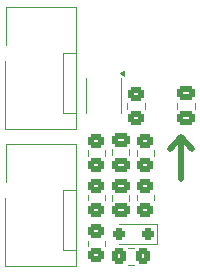
<source format=gto>
G04 #@! TF.GenerationSoftware,KiCad,Pcbnew,9.0.0*
G04 #@! TF.CreationDate,2025-03-15T17:38:31+02:00*
G04 #@! TF.ProjectId,fan_pwm_to_rotor_lock,66616e5f-7077-46d5-9f74-6f5f726f746f,rev?*
G04 #@! TF.SameCoordinates,Original*
G04 #@! TF.FileFunction,Legend,Top*
G04 #@! TF.FilePolarity,Positive*
%FSLAX46Y46*%
G04 Gerber Fmt 4.6, Leading zero omitted, Abs format (unit mm)*
G04 Created by KiCad (PCBNEW 9.0.0) date 2025-03-15 17:38:31*
%MOMM*%
%LPD*%
G01*
G04 APERTURE LIST*
G04 Aperture macros list*
%AMRoundRect*
0 Rectangle with rounded corners*
0 $1 Rounding radius*
0 $2 $3 $4 $5 $6 $7 $8 $9 X,Y pos of 4 corners*
0 Add a 4 corners polygon primitive as box body*
4,1,4,$2,$3,$4,$5,$6,$7,$8,$9,$2,$3,0*
0 Add four circle primitives for the rounded corners*
1,1,$1+$1,$2,$3*
1,1,$1+$1,$4,$5*
1,1,$1+$1,$6,$7*
1,1,$1+$1,$8,$9*
0 Add four rect primitives between the rounded corners*
20,1,$1+$1,$2,$3,$4,$5,0*
20,1,$1+$1,$4,$5,$6,$7,0*
20,1,$1+$1,$6,$7,$8,$9,0*
20,1,$1+$1,$8,$9,$2,$3,0*%
G04 Aperture macros list end*
%ADD10C,0.500000*%
%ADD11C,0.120000*%
%ADD12RoundRect,0.250000X-0.475000X0.337500X-0.475000X-0.337500X0.475000X-0.337500X0.475000X0.337500X0*%
%ADD13RoundRect,0.250000X0.475000X-0.337500X0.475000X0.337500X-0.475000X0.337500X-0.475000X-0.337500X0*%
%ADD14RoundRect,0.250000X0.450000X-0.350000X0.450000X0.350000X-0.450000X0.350000X-0.450000X-0.350000X0*%
%ADD15R,0.300000X1.600000*%
%ADD16C,1.100000*%
%ADD17R,2.030000X1.730000*%
%ADD18O,2.030000X1.730000*%
%ADD19RoundRect,0.250000X0.250000X0.250000X-0.250000X0.250000X-0.250000X-0.250000X0.250000X-0.250000X0*%
%ADD20RoundRect,0.250000X-0.350000X-0.450000X0.350000X-0.450000X0.350000X0.450000X-0.350000X0.450000X0*%
%ADD21RoundRect,0.250000X-0.450000X0.350000X-0.450000X-0.350000X0.450000X-0.350000X0.450000X0.350000X0*%
%ADD22C,0.800000*%
%ADD23C,6.400000*%
G04 APERTURE END LIST*
D10*
X43789600Y-30721300D02*
X43789600Y-27190700D01*
X43789600Y-27190700D02*
X42824400Y-28155900D01*
X43789600Y-27190700D02*
X44754800Y-28155900D01*
D11*
X37949200Y-28216047D02*
X37949200Y-28738553D01*
X39419200Y-28216047D02*
X39419200Y-28738553D01*
X43461000Y-24781253D02*
X43461000Y-24258747D01*
X44931000Y-24781253D02*
X44931000Y-24258747D01*
X39244600Y-24779464D02*
X39244600Y-24325336D01*
X40714600Y-24779464D02*
X40714600Y-24325336D01*
X35717701Y-25147400D02*
X35717701Y-22147400D01*
X38717701Y-25147400D02*
X38717701Y-22147400D01*
X38947701Y-22037400D02*
X38617701Y-21797400D01*
X38947701Y-21557400D01*
X38947701Y-22037400D01*
G36*
X38947701Y-22037400D02*
G01*
X38617701Y-21797400D01*
X38947701Y-21557400D01*
X38947701Y-22037400D01*
G37*
X28921400Y-38078400D02*
X28921400Y-32328400D01*
X28971400Y-27778400D02*
X34921400Y-27778400D01*
X28971400Y-30978400D02*
X28971400Y-27778400D01*
X33811400Y-31648400D02*
X34821400Y-31648400D01*
X33811400Y-36728400D02*
X33811400Y-31648400D01*
X34821400Y-36728400D02*
X33811400Y-36728400D01*
X34921400Y-27778400D02*
X34921400Y-38078400D01*
X34921400Y-38078400D02*
X28921400Y-38078400D01*
X37949200Y-32072947D02*
X37949200Y-32595453D01*
X39419200Y-32072947D02*
X39419200Y-32595453D01*
X35866400Y-36396664D02*
X35866400Y-35942536D01*
X37336400Y-36396664D02*
X37336400Y-35942536D01*
X41761000Y-34506800D02*
X38501000Y-34506800D01*
X41761000Y-36206800D02*
X38501000Y-36206800D01*
X41761000Y-36206800D02*
X41761000Y-34506800D01*
X39320736Y-36552200D02*
X39774864Y-36552200D01*
X39320736Y-38022200D02*
X39774864Y-38022200D01*
X35866400Y-28741864D02*
X35866400Y-28287736D01*
X37336400Y-28741864D02*
X37336400Y-28287736D01*
X40032000Y-28287736D02*
X40032000Y-28741864D01*
X41502000Y-28287736D02*
X41502000Y-28741864D01*
X35866400Y-32545264D02*
X35866400Y-32091136D01*
X37336400Y-32545264D02*
X37336400Y-32091136D01*
X40032000Y-32091136D02*
X40032000Y-32545264D01*
X41502000Y-32091136D02*
X41502000Y-32545264D01*
X28921400Y-26496000D02*
X28921400Y-20746000D01*
X28971400Y-16196000D02*
X34921400Y-16196000D01*
X28971400Y-19396000D02*
X28971400Y-16196000D01*
X33811400Y-20066000D02*
X34821400Y-20066000D01*
X33811400Y-25146000D02*
X33811400Y-20066000D01*
X34821400Y-25146000D02*
X33811400Y-25146000D01*
X34921400Y-16196000D02*
X34921400Y-26496000D01*
X34921400Y-26496000D02*
X28921400Y-26496000D01*
%LPC*%
D12*
X38684200Y-27439800D03*
X38684200Y-29514800D03*
D13*
X44196000Y-25557500D03*
X44196000Y-23482500D03*
D14*
X39979600Y-25552400D03*
X39979600Y-23552400D03*
D15*
X38192702Y-21947400D03*
X37542701Y-21947400D03*
X36892701Y-21947400D03*
X36242700Y-21947400D03*
X36242700Y-25347400D03*
X36892701Y-25347400D03*
X37542701Y-25347400D03*
X38192702Y-25347400D03*
D16*
X29361400Y-31648400D03*
D17*
X31521400Y-36728400D03*
D18*
X31521400Y-34188400D03*
X31521400Y-31648400D03*
X31521400Y-29108400D03*
D12*
X38684200Y-31296700D03*
X38684200Y-33371700D03*
D14*
X36601400Y-37169600D03*
X36601400Y-35169600D03*
D19*
X41000999Y-35356800D03*
X38501001Y-35356800D03*
D20*
X38547800Y-37287200D03*
X40547800Y-37287200D03*
D14*
X36601400Y-29514800D03*
X36601400Y-27514800D03*
D21*
X40767000Y-27514800D03*
X40767000Y-29514800D03*
D14*
X36601400Y-33318200D03*
X36601400Y-31318200D03*
D21*
X40767000Y-31318200D03*
X40767000Y-33318200D03*
D22*
X39662400Y-19253200D03*
X40365344Y-17556144D03*
X40365344Y-20950256D03*
X42062400Y-16853200D03*
D23*
X42062400Y-19253200D03*
D22*
X42062400Y-21653200D03*
X43759456Y-17556144D03*
X43759456Y-20950256D03*
X44462400Y-19253200D03*
D16*
X29361400Y-20066000D03*
D17*
X31521400Y-25146000D03*
D18*
X31521400Y-22606000D03*
X31521400Y-20066000D03*
X31521400Y-17526000D03*
%LPD*%
M02*

</source>
